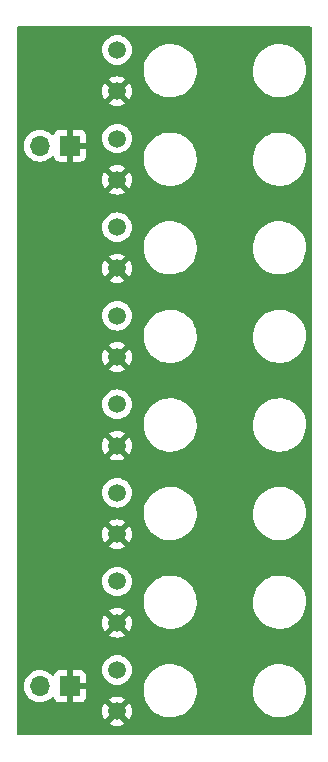
<source format=gbr>
%TF.GenerationSoftware,KiCad,Pcbnew,7.0.1*%
%TF.CreationDate,2023-10-04T10:51:44-04:00*%
%TF.ProjectId,TacTile-L1,54616354-696c-4652-9d4c-312e6b696361,rev?*%
%TF.SameCoordinates,Original*%
%TF.FileFunction,Copper,L2,Bot*%
%TF.FilePolarity,Positive*%
%FSLAX46Y46*%
G04 Gerber Fmt 4.6, Leading zero omitted, Abs format (unit mm)*
G04 Created by KiCad (PCBNEW 7.0.1) date 2023-10-04 10:51:44*
%MOMM*%
%LPD*%
G01*
G04 APERTURE LIST*
%TA.AperFunction,ComponentPad*%
%ADD10C,1.500000*%
%TD*%
%TA.AperFunction,ComponentPad*%
%ADD11R,1.700000X1.700000*%
%TD*%
%TA.AperFunction,ComponentPad*%
%ADD12O,1.700000X1.700000*%
%TD*%
G04 APERTURE END LIST*
D10*
%TO.P,LD6,1,K*%
%TO.N,/GND*%
X33500000Y-68000000D03*
%TO.P,LD6,2,A*%
%TO.N,/VCC*%
X33500000Y-64500000D03*
%TD*%
%TO.P,LD2,1,K*%
%TO.N,/GND*%
X33500000Y-38000000D03*
%TO.P,LD2,2,A*%
%TO.N,/VCC*%
X33500000Y-34500000D03*
%TD*%
%TO.P,LD7,1,K*%
%TO.N,/GND*%
X33500000Y-75500000D03*
%TO.P,LD7,2,A*%
%TO.N,/VCC*%
X33500000Y-72000000D03*
%TD*%
%TO.P,LD8,1,K*%
%TO.N,/GND*%
X33500000Y-83000000D03*
%TO.P,LD8,2,A*%
%TO.N,/VCC*%
X33500000Y-79500000D03*
%TD*%
D11*
%TO.P,J2,1,Pin_1*%
%TO.N,/GND*%
X29500000Y-80875000D03*
D12*
%TO.P,J2,2,Pin_2*%
%TO.N,/VCC*%
X26960000Y-80875000D03*
%TD*%
D10*
%TO.P,LD5,1,K*%
%TO.N,/GND*%
X33500000Y-60500000D03*
%TO.P,LD5,2,A*%
%TO.N,/VCC*%
X33500000Y-57000000D03*
%TD*%
D11*
%TO.P,J1,1,Pin_1*%
%TO.N,/GND*%
X29500000Y-35100000D03*
D12*
%TO.P,J1,2,Pin_2*%
%TO.N,/VCC*%
X26960000Y-35100000D03*
%TD*%
D10*
%TO.P,LD3,1,K*%
%TO.N,/GND*%
X33500000Y-45500000D03*
%TO.P,LD3,2,A*%
%TO.N,/VCC*%
X33500000Y-42000000D03*
%TD*%
%TO.P,LD1,1,K*%
%TO.N,/GND*%
X33500000Y-30500000D03*
%TO.P,LD1,2,A*%
%TO.N,/VCC*%
X33500000Y-27000000D03*
%TD*%
%TO.P,LD4,1,K*%
%TO.N,/GND*%
X33500000Y-53000000D03*
%TO.P,LD4,2,A*%
%TO.N,/VCC*%
X33500000Y-49500000D03*
%TD*%
%TA.AperFunction,Conductor*%
%TO.N,/GND*%
G36*
X49937500Y-25017113D02*
G01*
X49982887Y-25062500D01*
X49999500Y-25124500D01*
X49999500Y-84875500D01*
X49982887Y-84937500D01*
X49937500Y-84982887D01*
X49875500Y-84999500D01*
X25124500Y-84999500D01*
X25062500Y-84982887D01*
X25017113Y-84937500D01*
X25000500Y-84875500D01*
X25000500Y-84043124D01*
X32810426Y-84043124D01*
X32810427Y-84043125D01*
X32872610Y-84086666D01*
X33070840Y-84179102D01*
X33282113Y-84235712D01*
X33500000Y-84254775D01*
X33717886Y-84235712D01*
X33929159Y-84179102D01*
X34127385Y-84086667D01*
X34189572Y-84043124D01*
X33500001Y-83353553D01*
X33500000Y-83353553D01*
X32810426Y-84043124D01*
X25000500Y-84043124D01*
X25000500Y-83000000D01*
X32245224Y-83000000D01*
X32264287Y-83217886D01*
X32320898Y-83429161D01*
X32413331Y-83627386D01*
X32456873Y-83689571D01*
X32456875Y-83689572D01*
X33146447Y-83000001D01*
X33853553Y-83000001D01*
X34543124Y-83689572D01*
X34586667Y-83627385D01*
X34679102Y-83429159D01*
X34735712Y-83217886D01*
X34754775Y-83000000D01*
X34735712Y-82782113D01*
X34679102Y-82570840D01*
X34586667Y-82372615D01*
X34543123Y-82310428D01*
X33853553Y-83000000D01*
X33853553Y-83000001D01*
X33146447Y-83000001D01*
X33146447Y-83000000D01*
X32456875Y-82310427D01*
X32456874Y-82310428D01*
X32413333Y-82372611D01*
X32320897Y-82570840D01*
X32264287Y-82782113D01*
X32245224Y-83000000D01*
X25000500Y-83000000D01*
X25000500Y-80875000D01*
X25604340Y-80875000D01*
X25624936Y-81110407D01*
X25642144Y-81174627D01*
X25686097Y-81338663D01*
X25785965Y-81552830D01*
X25921505Y-81746401D01*
X26088599Y-81913495D01*
X26282170Y-82049035D01*
X26496337Y-82148903D01*
X26724592Y-82210063D01*
X26960000Y-82230659D01*
X27195408Y-82210063D01*
X27423663Y-82148903D01*
X27637830Y-82049035D01*
X27831401Y-81913495D01*
X27953717Y-81791178D01*
X28006460Y-81759885D01*
X28067752Y-81757696D01*
X28122597Y-81785149D01*
X28157577Y-81835528D01*
X28206647Y-81967088D01*
X28292811Y-82082188D01*
X28407910Y-82168352D01*
X28542624Y-82218597D01*
X28602176Y-82225000D01*
X29250000Y-82225000D01*
X29250000Y-81125000D01*
X29750000Y-81125000D01*
X29750000Y-82225000D01*
X30397824Y-82225000D01*
X30457375Y-82218597D01*
X30592089Y-82168352D01*
X30707188Y-82082188D01*
X30793352Y-81967089D01*
X30797162Y-81956875D01*
X32810427Y-81956875D01*
X33500000Y-82646447D01*
X33500001Y-82646447D01*
X34189572Y-81956875D01*
X34189571Y-81956873D01*
X34127386Y-81913331D01*
X33929161Y-81820898D01*
X33717886Y-81764287D01*
X33500000Y-81745224D01*
X33282113Y-81764287D01*
X33070840Y-81820897D01*
X32872611Y-81913333D01*
X32810428Y-81956874D01*
X32810427Y-81956875D01*
X30797162Y-81956875D01*
X30843597Y-81832375D01*
X30850000Y-81772824D01*
X30850000Y-81325372D01*
X35745723Y-81325372D01*
X35775881Y-81625160D01*
X35845731Y-81918262D01*
X35954021Y-82199432D01*
X36027750Y-82333970D01*
X36098825Y-82463665D01*
X36277554Y-82706238D01*
X36487020Y-82922824D01*
X36723485Y-83109558D01*
X36982730Y-83263109D01*
X37260128Y-83380736D01*
X37260129Y-83380736D01*
X37260131Y-83380737D01*
X37324179Y-83398281D01*
X37550729Y-83460340D01*
X37849347Y-83500500D01*
X38075244Y-83500500D01*
X38075246Y-83500500D01*
X38300635Y-83485412D01*
X38423994Y-83460338D01*
X38595903Y-83425396D01*
X38880537Y-83326560D01*
X39149459Y-83190668D01*
X39397869Y-83020144D01*
X39621333Y-82818032D01*
X39815865Y-82587939D01*
X39977993Y-82333970D01*
X40104823Y-82060658D01*
X40194093Y-81772879D01*
X40244209Y-81475770D01*
X40249237Y-81325372D01*
X44995723Y-81325372D01*
X45025881Y-81625160D01*
X45095731Y-81918262D01*
X45204021Y-82199432D01*
X45277750Y-82333970D01*
X45348825Y-82463665D01*
X45527554Y-82706238D01*
X45737020Y-82922824D01*
X45973485Y-83109558D01*
X46232730Y-83263109D01*
X46510128Y-83380736D01*
X46510129Y-83380736D01*
X46510131Y-83380737D01*
X46574179Y-83398281D01*
X46800729Y-83460340D01*
X47099347Y-83500500D01*
X47325244Y-83500500D01*
X47325246Y-83500500D01*
X47550635Y-83485412D01*
X47673994Y-83460338D01*
X47845903Y-83425396D01*
X48130537Y-83326560D01*
X48399459Y-83190668D01*
X48647869Y-83020144D01*
X48871333Y-82818032D01*
X49065865Y-82587939D01*
X49227993Y-82333970D01*
X49354823Y-82060658D01*
X49444093Y-81772879D01*
X49494209Y-81475770D01*
X49504277Y-81174631D01*
X49474118Y-80874838D01*
X49404269Y-80581739D01*
X49374814Y-80505262D01*
X49295978Y-80300567D01*
X49151175Y-80036335D01*
X48972445Y-79793761D01*
X48762979Y-79577175D01*
X48526514Y-79390441D01*
X48343471Y-79282025D01*
X48267270Y-79236891D01*
X48085671Y-79159886D01*
X47989868Y-79119262D01*
X47699275Y-79039661D01*
X47699274Y-79039660D01*
X47699271Y-79039660D01*
X47400653Y-78999500D01*
X47174756Y-78999500D01*
X47174754Y-78999500D01*
X46949364Y-79014587D01*
X46654098Y-79074603D01*
X46369459Y-79173441D01*
X46100546Y-79309328D01*
X45852127Y-79479858D01*
X45628668Y-79681966D01*
X45434135Y-79912061D01*
X45272005Y-80166032D01*
X45145178Y-80439339D01*
X45055907Y-80727120D01*
X45005791Y-81024230D01*
X44995723Y-81325372D01*
X40249237Y-81325372D01*
X40254277Y-81174631D01*
X40224118Y-80874838D01*
X40154269Y-80581739D01*
X40124814Y-80505262D01*
X40045978Y-80300567D01*
X39901175Y-80036335D01*
X39722445Y-79793761D01*
X39512979Y-79577175D01*
X39276514Y-79390441D01*
X39093471Y-79282025D01*
X39017270Y-79236891D01*
X38835671Y-79159886D01*
X38739868Y-79119262D01*
X38449275Y-79039661D01*
X38449274Y-79039660D01*
X38449271Y-79039660D01*
X38150653Y-78999500D01*
X37924756Y-78999500D01*
X37924754Y-78999500D01*
X37699364Y-79014587D01*
X37404098Y-79074603D01*
X37119459Y-79173441D01*
X36850546Y-79309328D01*
X36602127Y-79479858D01*
X36378668Y-79681966D01*
X36184135Y-79912061D01*
X36022005Y-80166032D01*
X35895178Y-80439339D01*
X35805907Y-80727120D01*
X35755791Y-81024230D01*
X35745723Y-81325372D01*
X30850000Y-81325372D01*
X30850000Y-81125000D01*
X29750000Y-81125000D01*
X29250000Y-81125000D01*
X29250000Y-79525000D01*
X29750000Y-79525000D01*
X29750000Y-80625000D01*
X30850000Y-80625000D01*
X30850000Y-79977176D01*
X30843597Y-79917624D01*
X30793352Y-79782910D01*
X30707188Y-79667811D01*
X30592089Y-79581647D01*
X30457375Y-79531402D01*
X30397824Y-79525000D01*
X29750000Y-79525000D01*
X29250000Y-79525000D01*
X28602176Y-79525000D01*
X28542624Y-79531402D01*
X28407910Y-79581647D01*
X28292811Y-79667811D01*
X28206646Y-79782913D01*
X28157576Y-79914472D01*
X28122597Y-79964850D01*
X28067753Y-79992303D01*
X28006460Y-79990114D01*
X27953714Y-79958818D01*
X27831404Y-79836508D01*
X27831401Y-79836505D01*
X27637830Y-79700965D01*
X27423663Y-79601097D01*
X27334384Y-79577175D01*
X27195407Y-79539936D01*
X26960000Y-79519340D01*
X26724592Y-79539936D01*
X26496336Y-79601097D01*
X26282170Y-79700965D01*
X26088598Y-79836505D01*
X25921505Y-80003598D01*
X25785965Y-80197170D01*
X25686097Y-80411336D01*
X25624936Y-80639592D01*
X25604340Y-80875000D01*
X25000500Y-80875000D01*
X25000500Y-79499999D01*
X32244722Y-79499999D01*
X32263792Y-79717974D01*
X32295552Y-79836505D01*
X32320425Y-79929330D01*
X32412898Y-80127639D01*
X32538402Y-80306877D01*
X32693123Y-80461598D01*
X32872361Y-80587102D01*
X33070670Y-80679575D01*
X33282023Y-80736207D01*
X33500000Y-80755277D01*
X33717977Y-80736207D01*
X33929330Y-80679575D01*
X34127639Y-80587102D01*
X34306877Y-80461598D01*
X34461598Y-80306877D01*
X34587102Y-80127639D01*
X34679575Y-79929330D01*
X34736207Y-79717977D01*
X34755277Y-79500000D01*
X34736207Y-79282023D01*
X34679575Y-79070670D01*
X34587102Y-78872362D01*
X34461598Y-78693123D01*
X34306877Y-78538402D01*
X34127639Y-78412898D01*
X34036205Y-78370261D01*
X33929331Y-78320425D01*
X33717974Y-78263792D01*
X33500000Y-78244722D01*
X33282025Y-78263792D01*
X33070668Y-78320425D01*
X32872361Y-78412898D01*
X32693122Y-78538402D01*
X32538402Y-78693122D01*
X32412898Y-78872361D01*
X32320425Y-79070668D01*
X32263792Y-79282025D01*
X32244722Y-79499999D01*
X25000500Y-79499999D01*
X25000500Y-76543124D01*
X32810426Y-76543124D01*
X32810427Y-76543125D01*
X32872610Y-76586666D01*
X33070840Y-76679102D01*
X33282113Y-76735712D01*
X33500000Y-76754775D01*
X33717886Y-76735712D01*
X33929159Y-76679102D01*
X34127385Y-76586667D01*
X34189572Y-76543124D01*
X33500001Y-75853553D01*
X33500000Y-75853553D01*
X32810426Y-76543124D01*
X25000500Y-76543124D01*
X25000500Y-75500000D01*
X32245224Y-75500000D01*
X32264287Y-75717886D01*
X32320898Y-75929161D01*
X32413331Y-76127386D01*
X32456873Y-76189571D01*
X32456875Y-76189572D01*
X33146447Y-75500001D01*
X33853553Y-75500001D01*
X34543124Y-76189572D01*
X34586667Y-76127385D01*
X34679102Y-75929159D01*
X34735712Y-75717886D01*
X34754775Y-75500000D01*
X34735712Y-75282113D01*
X34679102Y-75070840D01*
X34586667Y-74872615D01*
X34543123Y-74810428D01*
X33853553Y-75500000D01*
X33853553Y-75500001D01*
X33146447Y-75500001D01*
X33146447Y-75500000D01*
X32456875Y-74810427D01*
X32456874Y-74810428D01*
X32413333Y-74872611D01*
X32320897Y-75070840D01*
X32264287Y-75282113D01*
X32245224Y-75500000D01*
X25000500Y-75500000D01*
X25000500Y-74456875D01*
X32810427Y-74456875D01*
X33500000Y-75146447D01*
X33500001Y-75146447D01*
X34189572Y-74456875D01*
X34189571Y-74456873D01*
X34127386Y-74413331D01*
X33929161Y-74320898D01*
X33717886Y-74264287D01*
X33500000Y-74245224D01*
X33282113Y-74264287D01*
X33070840Y-74320897D01*
X32872611Y-74413333D01*
X32810428Y-74456874D01*
X32810427Y-74456875D01*
X25000500Y-74456875D01*
X25000500Y-73825372D01*
X35745723Y-73825372D01*
X35775881Y-74125160D01*
X35845731Y-74418262D01*
X35954021Y-74699432D01*
X36027750Y-74833970D01*
X36098825Y-74963665D01*
X36277554Y-75206238D01*
X36487020Y-75422824D01*
X36723485Y-75609558D01*
X36982730Y-75763109D01*
X37260128Y-75880736D01*
X37260129Y-75880736D01*
X37260131Y-75880737D01*
X37324179Y-75898281D01*
X37550729Y-75960340D01*
X37849347Y-76000500D01*
X38075244Y-76000500D01*
X38075246Y-76000500D01*
X38300635Y-75985412D01*
X38423994Y-75960338D01*
X38595903Y-75925396D01*
X38880537Y-75826560D01*
X39149459Y-75690668D01*
X39397869Y-75520144D01*
X39621333Y-75318032D01*
X39815865Y-75087939D01*
X39977993Y-74833970D01*
X40104823Y-74560658D01*
X40194093Y-74272879D01*
X40244209Y-73975770D01*
X40249237Y-73825372D01*
X44995723Y-73825372D01*
X45025881Y-74125160D01*
X45095731Y-74418262D01*
X45204021Y-74699432D01*
X45277750Y-74833970D01*
X45348825Y-74963665D01*
X45527554Y-75206238D01*
X45737020Y-75422824D01*
X45973485Y-75609558D01*
X46232730Y-75763109D01*
X46510128Y-75880736D01*
X46510129Y-75880736D01*
X46510131Y-75880737D01*
X46574179Y-75898281D01*
X46800729Y-75960340D01*
X47099347Y-76000500D01*
X47325244Y-76000500D01*
X47325246Y-76000500D01*
X47550635Y-75985412D01*
X47673994Y-75960338D01*
X47845903Y-75925396D01*
X48130537Y-75826560D01*
X48399459Y-75690668D01*
X48647869Y-75520144D01*
X48871333Y-75318032D01*
X49065865Y-75087939D01*
X49227993Y-74833970D01*
X49354823Y-74560658D01*
X49444093Y-74272879D01*
X49494209Y-73975770D01*
X49504277Y-73674631D01*
X49474118Y-73374838D01*
X49404269Y-73081739D01*
X49374814Y-73005262D01*
X49295978Y-72800567D01*
X49151175Y-72536335D01*
X48972445Y-72293761D01*
X48762979Y-72077175D01*
X48526514Y-71890441D01*
X48343471Y-71782025D01*
X48267270Y-71736891D01*
X48085671Y-71659886D01*
X47989868Y-71619262D01*
X47699275Y-71539661D01*
X47699274Y-71539660D01*
X47699271Y-71539660D01*
X47400653Y-71499500D01*
X47174756Y-71499500D01*
X47174754Y-71499500D01*
X46949364Y-71514587D01*
X46654098Y-71574603D01*
X46369459Y-71673441D01*
X46100546Y-71809328D01*
X45852127Y-71979858D01*
X45628668Y-72181966D01*
X45434135Y-72412061D01*
X45272005Y-72666032D01*
X45145178Y-72939339D01*
X45055907Y-73227120D01*
X45005791Y-73524230D01*
X44995723Y-73825372D01*
X40249237Y-73825372D01*
X40254277Y-73674631D01*
X40224118Y-73374838D01*
X40154269Y-73081739D01*
X40124814Y-73005262D01*
X40045978Y-72800567D01*
X39901175Y-72536335D01*
X39722445Y-72293761D01*
X39512979Y-72077175D01*
X39276514Y-71890441D01*
X39093471Y-71782025D01*
X39017270Y-71736891D01*
X38835671Y-71659886D01*
X38739868Y-71619262D01*
X38449275Y-71539661D01*
X38449274Y-71539660D01*
X38449271Y-71539660D01*
X38150653Y-71499500D01*
X37924756Y-71499500D01*
X37924754Y-71499500D01*
X37699364Y-71514587D01*
X37404098Y-71574603D01*
X37119459Y-71673441D01*
X36850546Y-71809328D01*
X36602127Y-71979858D01*
X36378668Y-72181966D01*
X36184135Y-72412061D01*
X36022005Y-72666032D01*
X35895178Y-72939339D01*
X35805907Y-73227120D01*
X35755791Y-73524230D01*
X35745723Y-73825372D01*
X25000500Y-73825372D01*
X25000500Y-72000000D01*
X32244722Y-72000000D01*
X32263792Y-72217974D01*
X32284099Y-72293762D01*
X32320425Y-72429330D01*
X32412898Y-72627639D01*
X32538402Y-72806877D01*
X32693123Y-72961598D01*
X32872361Y-73087102D01*
X33070670Y-73179575D01*
X33282023Y-73236207D01*
X33500000Y-73255277D01*
X33717977Y-73236207D01*
X33929330Y-73179575D01*
X34127639Y-73087102D01*
X34306877Y-72961598D01*
X34461598Y-72806877D01*
X34587102Y-72627639D01*
X34679575Y-72429330D01*
X34736207Y-72217977D01*
X34755277Y-72000000D01*
X34736207Y-71782023D01*
X34679575Y-71570670D01*
X34587102Y-71372362D01*
X34461598Y-71193123D01*
X34306877Y-71038402D01*
X34127639Y-70912898D01*
X34036205Y-70870261D01*
X33929331Y-70820425D01*
X33717974Y-70763792D01*
X33499999Y-70744722D01*
X33282025Y-70763792D01*
X33070668Y-70820425D01*
X32872361Y-70912898D01*
X32693122Y-71038402D01*
X32538402Y-71193122D01*
X32412898Y-71372361D01*
X32320425Y-71570668D01*
X32263792Y-71782025D01*
X32244722Y-72000000D01*
X25000500Y-72000000D01*
X25000500Y-69043124D01*
X32810426Y-69043124D01*
X32810427Y-69043125D01*
X32872610Y-69086666D01*
X33070840Y-69179102D01*
X33282113Y-69235712D01*
X33500000Y-69254775D01*
X33717886Y-69235712D01*
X33929159Y-69179102D01*
X34127385Y-69086667D01*
X34189572Y-69043124D01*
X33500001Y-68353553D01*
X33500000Y-68353553D01*
X32810426Y-69043124D01*
X25000500Y-69043124D01*
X25000500Y-67999999D01*
X32245224Y-67999999D01*
X32264287Y-68217886D01*
X32320898Y-68429161D01*
X32413331Y-68627386D01*
X32456873Y-68689571D01*
X32456875Y-68689572D01*
X33146447Y-68000001D01*
X33853553Y-68000001D01*
X34543124Y-68689572D01*
X34586667Y-68627385D01*
X34679102Y-68429159D01*
X34735712Y-68217886D01*
X34754775Y-67999999D01*
X34735712Y-67782113D01*
X34679102Y-67570840D01*
X34586667Y-67372615D01*
X34543123Y-67310428D01*
X33853553Y-68000000D01*
X33853553Y-68000001D01*
X33146447Y-68000001D01*
X33146447Y-68000000D01*
X32456875Y-67310427D01*
X32456874Y-67310428D01*
X32413333Y-67372611D01*
X32320897Y-67570840D01*
X32264287Y-67782113D01*
X32245224Y-67999999D01*
X25000500Y-67999999D01*
X25000500Y-66956875D01*
X32810427Y-66956875D01*
X33500000Y-67646447D01*
X33500001Y-67646447D01*
X34189572Y-66956875D01*
X34189571Y-66956873D01*
X34127386Y-66913331D01*
X33929161Y-66820898D01*
X33717886Y-66764287D01*
X33500000Y-66745224D01*
X33282113Y-66764287D01*
X33070840Y-66820897D01*
X32872611Y-66913333D01*
X32810428Y-66956874D01*
X32810427Y-66956875D01*
X25000500Y-66956875D01*
X25000500Y-66325372D01*
X35745723Y-66325372D01*
X35775881Y-66625160D01*
X35845731Y-66918262D01*
X35954021Y-67199432D01*
X36027750Y-67333970D01*
X36098825Y-67463665D01*
X36277554Y-67706238D01*
X36487020Y-67922824D01*
X36723485Y-68109558D01*
X36982730Y-68263109D01*
X37260128Y-68380736D01*
X37260129Y-68380736D01*
X37260131Y-68380737D01*
X37324179Y-68398281D01*
X37550729Y-68460340D01*
X37849347Y-68500500D01*
X38075244Y-68500500D01*
X38075246Y-68500500D01*
X38300635Y-68485412D01*
X38423994Y-68460338D01*
X38595903Y-68425396D01*
X38880537Y-68326560D01*
X39149459Y-68190668D01*
X39397869Y-68020144D01*
X39621333Y-67818032D01*
X39815865Y-67587939D01*
X39977993Y-67333970D01*
X40104823Y-67060658D01*
X40194093Y-66772879D01*
X40244209Y-66475770D01*
X40249237Y-66325372D01*
X44995723Y-66325372D01*
X45025881Y-66625160D01*
X45095731Y-66918262D01*
X45204021Y-67199432D01*
X45277750Y-67333970D01*
X45348825Y-67463665D01*
X45527554Y-67706238D01*
X45737020Y-67922824D01*
X45973485Y-68109558D01*
X46232730Y-68263109D01*
X46510128Y-68380736D01*
X46510129Y-68380736D01*
X46510131Y-68380737D01*
X46574179Y-68398281D01*
X46800729Y-68460340D01*
X47099347Y-68500500D01*
X47325244Y-68500500D01*
X47325246Y-68500500D01*
X47550635Y-68485412D01*
X47673994Y-68460338D01*
X47845903Y-68425396D01*
X48130537Y-68326560D01*
X48399459Y-68190668D01*
X48647869Y-68020144D01*
X48871333Y-67818032D01*
X49065865Y-67587939D01*
X49227993Y-67333970D01*
X49354823Y-67060658D01*
X49444093Y-66772879D01*
X49494209Y-66475770D01*
X49504277Y-66174631D01*
X49474118Y-65874838D01*
X49404269Y-65581739D01*
X49374814Y-65505262D01*
X49295978Y-65300567D01*
X49151175Y-65036335D01*
X48972445Y-64793761D01*
X48762979Y-64577175D01*
X48526514Y-64390441D01*
X48343471Y-64282025D01*
X48267270Y-64236891D01*
X48085671Y-64159886D01*
X47989868Y-64119262D01*
X47699275Y-64039661D01*
X47699274Y-64039660D01*
X47699271Y-64039660D01*
X47400653Y-63999500D01*
X47174756Y-63999500D01*
X47174754Y-63999500D01*
X46949364Y-64014587D01*
X46654098Y-64074603D01*
X46369459Y-64173441D01*
X46100546Y-64309328D01*
X45852127Y-64479858D01*
X45628668Y-64681966D01*
X45434135Y-64912061D01*
X45272005Y-65166032D01*
X45145178Y-65439339D01*
X45055907Y-65727120D01*
X45005791Y-66024230D01*
X44995723Y-66325372D01*
X40249237Y-66325372D01*
X40254277Y-66174631D01*
X40224118Y-65874838D01*
X40154269Y-65581739D01*
X40124814Y-65505262D01*
X40045978Y-65300567D01*
X39901175Y-65036335D01*
X39722445Y-64793761D01*
X39512979Y-64577175D01*
X39276514Y-64390441D01*
X39093471Y-64282025D01*
X39017270Y-64236891D01*
X38835671Y-64159886D01*
X38739868Y-64119262D01*
X38449275Y-64039661D01*
X38449274Y-64039660D01*
X38449271Y-64039660D01*
X38150653Y-63999500D01*
X37924756Y-63999500D01*
X37924754Y-63999500D01*
X37699364Y-64014587D01*
X37404098Y-64074603D01*
X37119459Y-64173441D01*
X36850546Y-64309328D01*
X36602127Y-64479858D01*
X36378668Y-64681966D01*
X36184135Y-64912061D01*
X36022005Y-65166032D01*
X35895178Y-65439339D01*
X35805907Y-65727120D01*
X35755791Y-66024230D01*
X35745723Y-66325372D01*
X25000500Y-66325372D01*
X25000500Y-64500000D01*
X32244722Y-64500000D01*
X32263792Y-64717974D01*
X32284099Y-64793762D01*
X32320425Y-64929330D01*
X32412898Y-65127639D01*
X32538402Y-65306877D01*
X32693123Y-65461598D01*
X32872361Y-65587102D01*
X33070670Y-65679575D01*
X33282023Y-65736207D01*
X33500000Y-65755277D01*
X33717977Y-65736207D01*
X33929330Y-65679575D01*
X34127639Y-65587102D01*
X34306877Y-65461598D01*
X34461598Y-65306877D01*
X34587102Y-65127639D01*
X34679575Y-64929330D01*
X34736207Y-64717977D01*
X34755277Y-64500000D01*
X34736207Y-64282023D01*
X34679575Y-64070670D01*
X34587102Y-63872362D01*
X34461598Y-63693123D01*
X34306877Y-63538402D01*
X34127639Y-63412898D01*
X34036205Y-63370261D01*
X33929331Y-63320425D01*
X33717974Y-63263792D01*
X33500000Y-63244722D01*
X33282025Y-63263792D01*
X33070668Y-63320425D01*
X32872361Y-63412898D01*
X32693122Y-63538402D01*
X32538402Y-63693122D01*
X32412898Y-63872361D01*
X32320425Y-64070668D01*
X32263792Y-64282025D01*
X32244722Y-64500000D01*
X25000500Y-64500000D01*
X25000500Y-61543124D01*
X32810426Y-61543124D01*
X32810427Y-61543125D01*
X32872610Y-61586666D01*
X33070840Y-61679102D01*
X33282113Y-61735712D01*
X33500000Y-61754775D01*
X33717886Y-61735712D01*
X33929159Y-61679102D01*
X34127385Y-61586667D01*
X34189572Y-61543124D01*
X33500001Y-60853553D01*
X33500000Y-60853553D01*
X32810426Y-61543124D01*
X25000500Y-61543124D01*
X25000500Y-60499999D01*
X32245224Y-60499999D01*
X32264287Y-60717886D01*
X32320898Y-60929161D01*
X32413331Y-61127386D01*
X32456873Y-61189571D01*
X32456875Y-61189572D01*
X33146447Y-60500001D01*
X33853553Y-60500001D01*
X34543124Y-61189572D01*
X34586667Y-61127385D01*
X34679102Y-60929159D01*
X34735712Y-60717886D01*
X34754775Y-60499999D01*
X34735712Y-60282113D01*
X34679102Y-60070840D01*
X34586667Y-59872615D01*
X34543123Y-59810428D01*
X33853553Y-60500000D01*
X33853553Y-60500001D01*
X33146447Y-60500001D01*
X33146447Y-60500000D01*
X32456875Y-59810427D01*
X32456874Y-59810428D01*
X32413333Y-59872611D01*
X32320897Y-60070840D01*
X32264287Y-60282113D01*
X32245224Y-60499999D01*
X25000500Y-60499999D01*
X25000500Y-59456875D01*
X32810427Y-59456875D01*
X33500000Y-60146447D01*
X33500001Y-60146447D01*
X34189572Y-59456875D01*
X34189571Y-59456873D01*
X34127386Y-59413331D01*
X33929161Y-59320898D01*
X33717886Y-59264287D01*
X33500000Y-59245224D01*
X33282113Y-59264287D01*
X33070840Y-59320897D01*
X32872611Y-59413333D01*
X32810428Y-59456874D01*
X32810427Y-59456875D01*
X25000500Y-59456875D01*
X25000500Y-58825372D01*
X35745723Y-58825372D01*
X35775881Y-59125160D01*
X35845731Y-59418262D01*
X35954021Y-59699432D01*
X36027750Y-59833970D01*
X36098825Y-59963665D01*
X36277554Y-60206238D01*
X36487020Y-60422824D01*
X36723485Y-60609558D01*
X36982730Y-60763109D01*
X37260128Y-60880736D01*
X37260129Y-60880736D01*
X37260131Y-60880737D01*
X37324179Y-60898281D01*
X37550729Y-60960340D01*
X37849347Y-61000500D01*
X38075244Y-61000500D01*
X38075246Y-61000500D01*
X38300635Y-60985412D01*
X38423994Y-60960338D01*
X38595903Y-60925396D01*
X38880537Y-60826560D01*
X39149459Y-60690668D01*
X39397869Y-60520144D01*
X39621333Y-60318032D01*
X39815865Y-60087939D01*
X39977993Y-59833970D01*
X40104823Y-59560658D01*
X40194093Y-59272879D01*
X40244209Y-58975770D01*
X40249237Y-58825372D01*
X44995723Y-58825372D01*
X45025881Y-59125160D01*
X45095731Y-59418262D01*
X45204021Y-59699432D01*
X45277750Y-59833970D01*
X45348825Y-59963665D01*
X45527554Y-60206238D01*
X45737020Y-60422824D01*
X45973485Y-60609558D01*
X46232730Y-60763109D01*
X46510128Y-60880736D01*
X46510129Y-60880736D01*
X46510131Y-60880737D01*
X46574179Y-60898281D01*
X46800729Y-60960340D01*
X47099347Y-61000500D01*
X47325244Y-61000500D01*
X47325246Y-61000500D01*
X47550635Y-60985412D01*
X47673994Y-60960338D01*
X47845903Y-60925396D01*
X48130537Y-60826560D01*
X48399459Y-60690668D01*
X48647869Y-60520144D01*
X48871333Y-60318032D01*
X49065865Y-60087939D01*
X49227993Y-59833970D01*
X49354823Y-59560658D01*
X49444093Y-59272879D01*
X49494209Y-58975770D01*
X49504277Y-58674631D01*
X49474118Y-58374838D01*
X49404269Y-58081739D01*
X49374814Y-58005262D01*
X49295978Y-57800567D01*
X49151175Y-57536335D01*
X48972445Y-57293761D01*
X48762979Y-57077175D01*
X48526514Y-56890441D01*
X48343471Y-56782025D01*
X48267270Y-56736891D01*
X48085671Y-56659886D01*
X47989868Y-56619262D01*
X47699275Y-56539661D01*
X47699274Y-56539660D01*
X47699271Y-56539660D01*
X47400653Y-56499500D01*
X47174756Y-56499500D01*
X47174754Y-56499500D01*
X46949364Y-56514587D01*
X46654098Y-56574603D01*
X46369459Y-56673441D01*
X46100546Y-56809328D01*
X45852127Y-56979858D01*
X45628668Y-57181966D01*
X45434135Y-57412061D01*
X45272005Y-57666032D01*
X45145178Y-57939339D01*
X45055907Y-58227120D01*
X45005791Y-58524230D01*
X44995723Y-58825372D01*
X40249237Y-58825372D01*
X40254277Y-58674631D01*
X40224118Y-58374838D01*
X40154269Y-58081739D01*
X40124814Y-58005262D01*
X40045978Y-57800567D01*
X39901175Y-57536335D01*
X39722445Y-57293761D01*
X39512979Y-57077175D01*
X39276514Y-56890441D01*
X39093471Y-56782025D01*
X39017270Y-56736891D01*
X38835671Y-56659886D01*
X38739868Y-56619262D01*
X38449275Y-56539661D01*
X38449274Y-56539660D01*
X38449271Y-56539660D01*
X38150653Y-56499500D01*
X37924756Y-56499500D01*
X37924754Y-56499500D01*
X37699364Y-56514587D01*
X37404098Y-56574603D01*
X37119459Y-56673441D01*
X36850546Y-56809328D01*
X36602127Y-56979858D01*
X36378668Y-57181966D01*
X36184135Y-57412061D01*
X36022005Y-57666032D01*
X35895178Y-57939339D01*
X35805907Y-58227120D01*
X35755791Y-58524230D01*
X35745723Y-58825372D01*
X25000500Y-58825372D01*
X25000500Y-56999999D01*
X32244722Y-56999999D01*
X32263792Y-57217974D01*
X32284099Y-57293762D01*
X32320425Y-57429330D01*
X32412898Y-57627639D01*
X32538402Y-57806877D01*
X32693123Y-57961598D01*
X32872361Y-58087102D01*
X33070670Y-58179575D01*
X33282023Y-58236207D01*
X33500000Y-58255277D01*
X33717977Y-58236207D01*
X33929330Y-58179575D01*
X34127639Y-58087102D01*
X34306877Y-57961598D01*
X34461598Y-57806877D01*
X34587102Y-57627639D01*
X34679575Y-57429330D01*
X34736207Y-57217977D01*
X34755277Y-57000000D01*
X34736207Y-56782023D01*
X34679575Y-56570670D01*
X34587102Y-56372362D01*
X34461598Y-56193123D01*
X34306877Y-56038402D01*
X34127639Y-55912898D01*
X34036205Y-55870261D01*
X33929331Y-55820425D01*
X33717974Y-55763792D01*
X33500000Y-55744722D01*
X33282025Y-55763792D01*
X33070668Y-55820425D01*
X32872361Y-55912898D01*
X32693122Y-56038402D01*
X32538402Y-56193122D01*
X32412898Y-56372361D01*
X32320425Y-56570668D01*
X32263792Y-56782025D01*
X32244722Y-56999999D01*
X25000500Y-56999999D01*
X25000500Y-54043124D01*
X32810426Y-54043124D01*
X32810427Y-54043125D01*
X32872610Y-54086666D01*
X33070840Y-54179102D01*
X33282113Y-54235712D01*
X33500000Y-54254775D01*
X33717886Y-54235712D01*
X33929159Y-54179102D01*
X34127385Y-54086667D01*
X34189572Y-54043124D01*
X33500001Y-53353553D01*
X33500000Y-53353553D01*
X32810426Y-54043124D01*
X25000500Y-54043124D01*
X25000500Y-53000000D01*
X32245224Y-53000000D01*
X32264287Y-53217886D01*
X32320898Y-53429161D01*
X32413331Y-53627386D01*
X32456873Y-53689571D01*
X32456875Y-53689572D01*
X33146447Y-53000001D01*
X33853553Y-53000001D01*
X34543124Y-53689572D01*
X34586667Y-53627385D01*
X34679102Y-53429159D01*
X34735712Y-53217886D01*
X34754775Y-53000000D01*
X34735712Y-52782113D01*
X34679102Y-52570840D01*
X34586667Y-52372615D01*
X34543123Y-52310428D01*
X33853553Y-53000000D01*
X33853553Y-53000001D01*
X33146447Y-53000001D01*
X33146447Y-53000000D01*
X32456875Y-52310427D01*
X32456874Y-52310428D01*
X32413333Y-52372611D01*
X32320897Y-52570840D01*
X32264287Y-52782113D01*
X32245224Y-53000000D01*
X25000500Y-53000000D01*
X25000500Y-51956875D01*
X32810427Y-51956875D01*
X33500000Y-52646447D01*
X33500001Y-52646447D01*
X34189572Y-51956875D01*
X34189571Y-51956873D01*
X34127386Y-51913331D01*
X33929161Y-51820898D01*
X33717886Y-51764287D01*
X33500000Y-51745224D01*
X33282113Y-51764287D01*
X33070840Y-51820897D01*
X32872611Y-51913333D01*
X32810428Y-51956874D01*
X32810427Y-51956875D01*
X25000500Y-51956875D01*
X25000500Y-51325372D01*
X35745723Y-51325372D01*
X35775881Y-51625160D01*
X35845731Y-51918262D01*
X35954021Y-52199432D01*
X36027750Y-52333970D01*
X36098825Y-52463665D01*
X36277554Y-52706238D01*
X36487020Y-52922824D01*
X36723485Y-53109558D01*
X36982730Y-53263109D01*
X37260128Y-53380736D01*
X37260129Y-53380736D01*
X37260131Y-53380737D01*
X37324179Y-53398281D01*
X37550729Y-53460340D01*
X37849347Y-53500500D01*
X38075244Y-53500500D01*
X38075246Y-53500500D01*
X38300635Y-53485412D01*
X38423994Y-53460338D01*
X38595903Y-53425396D01*
X38880537Y-53326560D01*
X39149459Y-53190668D01*
X39397869Y-53020144D01*
X39621333Y-52818032D01*
X39815865Y-52587939D01*
X39977993Y-52333970D01*
X40104823Y-52060658D01*
X40194093Y-51772879D01*
X40244209Y-51475770D01*
X40249237Y-51325372D01*
X44995723Y-51325372D01*
X45025881Y-51625160D01*
X45095731Y-51918262D01*
X45204021Y-52199432D01*
X45277750Y-52333970D01*
X45348825Y-52463665D01*
X45527554Y-52706238D01*
X45737020Y-52922824D01*
X45973485Y-53109558D01*
X46232730Y-53263109D01*
X46510128Y-53380736D01*
X46510129Y-53380736D01*
X46510131Y-53380737D01*
X46574179Y-53398281D01*
X46800729Y-53460340D01*
X47099347Y-53500500D01*
X47325244Y-53500500D01*
X47325246Y-53500500D01*
X47550635Y-53485412D01*
X47673994Y-53460338D01*
X47845903Y-53425396D01*
X48130537Y-53326560D01*
X48399459Y-53190668D01*
X48647869Y-53020144D01*
X48871333Y-52818032D01*
X49065865Y-52587939D01*
X49227993Y-52333970D01*
X49354823Y-52060658D01*
X49444093Y-51772879D01*
X49494209Y-51475770D01*
X49504277Y-51174631D01*
X49474118Y-50874838D01*
X49404269Y-50581739D01*
X49374814Y-50505262D01*
X49295978Y-50300567D01*
X49151175Y-50036335D01*
X48972445Y-49793761D01*
X48762979Y-49577175D01*
X48526514Y-49390441D01*
X48343471Y-49282025D01*
X48267270Y-49236891D01*
X48085671Y-49159886D01*
X47989868Y-49119262D01*
X47699275Y-49039661D01*
X47699274Y-49039660D01*
X47699271Y-49039660D01*
X47400653Y-48999500D01*
X47174756Y-48999500D01*
X47174754Y-48999500D01*
X46949364Y-49014587D01*
X46654098Y-49074603D01*
X46369459Y-49173441D01*
X46100546Y-49309328D01*
X45852127Y-49479858D01*
X45628668Y-49681966D01*
X45434135Y-49912061D01*
X45272005Y-50166032D01*
X45145178Y-50439339D01*
X45055907Y-50727120D01*
X45005791Y-51024230D01*
X44995723Y-51325372D01*
X40249237Y-51325372D01*
X40254277Y-51174631D01*
X40224118Y-50874838D01*
X40154269Y-50581739D01*
X40124814Y-50505262D01*
X40045978Y-50300567D01*
X39901175Y-50036335D01*
X39722445Y-49793761D01*
X39512979Y-49577175D01*
X39276514Y-49390441D01*
X39093471Y-49282025D01*
X39017270Y-49236891D01*
X38835671Y-49159886D01*
X38739868Y-49119262D01*
X38449275Y-49039661D01*
X38449274Y-49039660D01*
X38449271Y-49039660D01*
X38150653Y-48999500D01*
X37924756Y-48999500D01*
X37924754Y-48999500D01*
X37699364Y-49014587D01*
X37404098Y-49074603D01*
X37119459Y-49173441D01*
X36850546Y-49309328D01*
X36602127Y-49479858D01*
X36378668Y-49681966D01*
X36184135Y-49912061D01*
X36022005Y-50166032D01*
X35895178Y-50439339D01*
X35805907Y-50727120D01*
X35755791Y-51024230D01*
X35745723Y-51325372D01*
X25000500Y-51325372D01*
X25000500Y-49500000D01*
X32244722Y-49500000D01*
X32263792Y-49717974D01*
X32284099Y-49793762D01*
X32320425Y-49929330D01*
X32412898Y-50127639D01*
X32538402Y-50306877D01*
X32693123Y-50461598D01*
X32872361Y-50587102D01*
X33070670Y-50679575D01*
X33282023Y-50736207D01*
X33500000Y-50755277D01*
X33717977Y-50736207D01*
X33929330Y-50679575D01*
X34127639Y-50587102D01*
X34306877Y-50461598D01*
X34461598Y-50306877D01*
X34587102Y-50127639D01*
X34679575Y-49929330D01*
X34736207Y-49717977D01*
X34755277Y-49500000D01*
X34736207Y-49282023D01*
X34679575Y-49070670D01*
X34587102Y-48872362D01*
X34461598Y-48693123D01*
X34306877Y-48538402D01*
X34127639Y-48412898D01*
X34036205Y-48370261D01*
X33929331Y-48320425D01*
X33717974Y-48263792D01*
X33500000Y-48244722D01*
X33282025Y-48263792D01*
X33070668Y-48320425D01*
X32872361Y-48412898D01*
X32693122Y-48538402D01*
X32538402Y-48693122D01*
X32412898Y-48872361D01*
X32320425Y-49070668D01*
X32263792Y-49282025D01*
X32244722Y-49500000D01*
X25000500Y-49500000D01*
X25000500Y-46543124D01*
X32810426Y-46543124D01*
X32810427Y-46543125D01*
X32872610Y-46586666D01*
X33070840Y-46679102D01*
X33282113Y-46735712D01*
X33500000Y-46754775D01*
X33717886Y-46735712D01*
X33929159Y-46679102D01*
X34127385Y-46586667D01*
X34189572Y-46543124D01*
X33500001Y-45853553D01*
X33500000Y-45853553D01*
X32810426Y-46543124D01*
X25000500Y-46543124D01*
X25000500Y-45500000D01*
X32245224Y-45500000D01*
X32264287Y-45717886D01*
X32320898Y-45929161D01*
X32413331Y-46127386D01*
X32456873Y-46189571D01*
X32456875Y-46189572D01*
X33146447Y-45500001D01*
X33853553Y-45500001D01*
X34543124Y-46189572D01*
X34586667Y-46127385D01*
X34679102Y-45929159D01*
X34735712Y-45717886D01*
X34754775Y-45500000D01*
X34735712Y-45282113D01*
X34679102Y-45070840D01*
X34586667Y-44872615D01*
X34543123Y-44810428D01*
X33853553Y-45500000D01*
X33853553Y-45500001D01*
X33146447Y-45500001D01*
X33146447Y-45500000D01*
X32456875Y-44810427D01*
X32456874Y-44810428D01*
X32413333Y-44872611D01*
X32320897Y-45070840D01*
X32264287Y-45282113D01*
X32245224Y-45500000D01*
X25000500Y-45500000D01*
X25000500Y-44456875D01*
X32810427Y-44456875D01*
X33500000Y-45146447D01*
X33500001Y-45146447D01*
X34189572Y-44456875D01*
X34189571Y-44456873D01*
X34127386Y-44413331D01*
X33929161Y-44320898D01*
X33717886Y-44264287D01*
X33500000Y-44245224D01*
X33282113Y-44264287D01*
X33070840Y-44320897D01*
X32872611Y-44413333D01*
X32810428Y-44456874D01*
X32810427Y-44456875D01*
X25000500Y-44456875D01*
X25000500Y-43825372D01*
X35745723Y-43825372D01*
X35775881Y-44125160D01*
X35845731Y-44418262D01*
X35954021Y-44699432D01*
X36027750Y-44833970D01*
X36098825Y-44963665D01*
X36277554Y-45206238D01*
X36487020Y-45422824D01*
X36723485Y-45609558D01*
X36982730Y-45763109D01*
X37260128Y-45880736D01*
X37260129Y-45880736D01*
X37260131Y-45880737D01*
X37324179Y-45898281D01*
X37550729Y-45960340D01*
X37849347Y-46000500D01*
X38075244Y-46000500D01*
X38075246Y-46000500D01*
X38300635Y-45985412D01*
X38423994Y-45960338D01*
X38595903Y-45925396D01*
X38880537Y-45826560D01*
X39149459Y-45690668D01*
X39397869Y-45520144D01*
X39621333Y-45318032D01*
X39815865Y-45087939D01*
X39977993Y-44833970D01*
X40104823Y-44560658D01*
X40194093Y-44272879D01*
X40244209Y-43975770D01*
X40249237Y-43825372D01*
X44995723Y-43825372D01*
X45025881Y-44125160D01*
X45095731Y-44418262D01*
X45204021Y-44699432D01*
X45277750Y-44833970D01*
X45348825Y-44963665D01*
X45527554Y-45206238D01*
X45737020Y-45422824D01*
X45973485Y-45609558D01*
X46232730Y-45763109D01*
X46510128Y-45880736D01*
X46510129Y-45880736D01*
X46510131Y-45880737D01*
X46574179Y-45898281D01*
X46800729Y-45960340D01*
X47099347Y-46000500D01*
X47325244Y-46000500D01*
X47325246Y-46000500D01*
X47550635Y-45985412D01*
X47673994Y-45960338D01*
X47845903Y-45925396D01*
X48130537Y-45826560D01*
X48399459Y-45690668D01*
X48647869Y-45520144D01*
X48871333Y-45318032D01*
X49065865Y-45087939D01*
X49227993Y-44833970D01*
X49354823Y-44560658D01*
X49444093Y-44272879D01*
X49494209Y-43975770D01*
X49504277Y-43674631D01*
X49474118Y-43374838D01*
X49404269Y-43081739D01*
X49374814Y-43005262D01*
X49295978Y-42800567D01*
X49151175Y-42536335D01*
X48972445Y-42293761D01*
X48762979Y-42077175D01*
X48526514Y-41890441D01*
X48343471Y-41782025D01*
X48267270Y-41736891D01*
X48085671Y-41659886D01*
X47989868Y-41619262D01*
X47699275Y-41539661D01*
X47699274Y-41539660D01*
X47699271Y-41539660D01*
X47400653Y-41499500D01*
X47174756Y-41499500D01*
X47174754Y-41499500D01*
X46949364Y-41514587D01*
X46654098Y-41574603D01*
X46369459Y-41673441D01*
X46100546Y-41809328D01*
X45852127Y-41979858D01*
X45628668Y-42181966D01*
X45434135Y-42412061D01*
X45272005Y-42666032D01*
X45145178Y-42939339D01*
X45055907Y-43227120D01*
X45005791Y-43524230D01*
X44995723Y-43825372D01*
X40249237Y-43825372D01*
X40254277Y-43674631D01*
X40224118Y-43374838D01*
X40154269Y-43081739D01*
X40124814Y-43005262D01*
X40045978Y-42800567D01*
X39901175Y-42536335D01*
X39722445Y-42293761D01*
X39512979Y-42077175D01*
X39276514Y-41890441D01*
X39093471Y-41782025D01*
X39017270Y-41736891D01*
X38835671Y-41659886D01*
X38739868Y-41619262D01*
X38449275Y-41539661D01*
X38449274Y-41539660D01*
X38449271Y-41539660D01*
X38150653Y-41499500D01*
X37924756Y-41499500D01*
X37924754Y-41499500D01*
X37699364Y-41514587D01*
X37404098Y-41574603D01*
X37119459Y-41673441D01*
X36850546Y-41809328D01*
X36602127Y-41979858D01*
X36378668Y-42181966D01*
X36184135Y-42412061D01*
X36022005Y-42666032D01*
X35895178Y-42939339D01*
X35805907Y-43227120D01*
X35755791Y-43524230D01*
X35745723Y-43825372D01*
X25000500Y-43825372D01*
X25000500Y-41999999D01*
X32244722Y-41999999D01*
X32263792Y-42217974D01*
X32284099Y-42293762D01*
X32320425Y-42429330D01*
X32412898Y-42627639D01*
X32538402Y-42806877D01*
X32693123Y-42961598D01*
X32872361Y-43087102D01*
X33070670Y-43179575D01*
X33282023Y-43236207D01*
X33500000Y-43255277D01*
X33717977Y-43236207D01*
X33929330Y-43179575D01*
X34127639Y-43087102D01*
X34306877Y-42961598D01*
X34461598Y-42806877D01*
X34587102Y-42627639D01*
X34679575Y-42429330D01*
X34736207Y-42217977D01*
X34755277Y-42000000D01*
X34736207Y-41782023D01*
X34679575Y-41570670D01*
X34587102Y-41372362D01*
X34461598Y-41193123D01*
X34306877Y-41038402D01*
X34127639Y-40912898D01*
X34036205Y-40870261D01*
X33929331Y-40820425D01*
X33717974Y-40763792D01*
X33500000Y-40744722D01*
X33282025Y-40763792D01*
X33070668Y-40820425D01*
X32872361Y-40912898D01*
X32693122Y-41038402D01*
X32538402Y-41193122D01*
X32412898Y-41372361D01*
X32320425Y-41570668D01*
X32263792Y-41782025D01*
X32244722Y-41999999D01*
X25000500Y-41999999D01*
X25000500Y-39043124D01*
X32810426Y-39043124D01*
X32810427Y-39043125D01*
X32872610Y-39086666D01*
X33070840Y-39179102D01*
X33282113Y-39235712D01*
X33500000Y-39254775D01*
X33717886Y-39235712D01*
X33929159Y-39179102D01*
X34127385Y-39086667D01*
X34189572Y-39043124D01*
X33500001Y-38353553D01*
X33500000Y-38353553D01*
X32810426Y-39043124D01*
X25000500Y-39043124D01*
X25000500Y-37999999D01*
X32245224Y-37999999D01*
X32264287Y-38217886D01*
X32320898Y-38429161D01*
X32413331Y-38627386D01*
X32456873Y-38689571D01*
X32456875Y-38689572D01*
X33146447Y-38000001D01*
X33853553Y-38000001D01*
X34543124Y-38689572D01*
X34586667Y-38627385D01*
X34679102Y-38429159D01*
X34735712Y-38217886D01*
X34754775Y-37999999D01*
X34735712Y-37782113D01*
X34679102Y-37570840D01*
X34586667Y-37372615D01*
X34543123Y-37310428D01*
X33853553Y-38000000D01*
X33853553Y-38000001D01*
X33146447Y-38000001D01*
X33146447Y-38000000D01*
X32456875Y-37310427D01*
X32456874Y-37310428D01*
X32413333Y-37372611D01*
X32320897Y-37570840D01*
X32264287Y-37782113D01*
X32245224Y-37999999D01*
X25000500Y-37999999D01*
X25000500Y-36956875D01*
X32810427Y-36956875D01*
X33500000Y-37646447D01*
X33500001Y-37646447D01*
X34189572Y-36956875D01*
X34189571Y-36956873D01*
X34127386Y-36913331D01*
X33929161Y-36820898D01*
X33717886Y-36764287D01*
X33500000Y-36745224D01*
X33282113Y-36764287D01*
X33070840Y-36820897D01*
X32872611Y-36913333D01*
X32810428Y-36956874D01*
X32810427Y-36956875D01*
X25000500Y-36956875D01*
X25000500Y-35100000D01*
X25604340Y-35100000D01*
X25624936Y-35335407D01*
X25658748Y-35461594D01*
X25686097Y-35563663D01*
X25785965Y-35777830D01*
X25921505Y-35971401D01*
X26088599Y-36138495D01*
X26282170Y-36274035D01*
X26496337Y-36373903D01*
X26724592Y-36435063D01*
X26960000Y-36455659D01*
X27195408Y-36435063D01*
X27423663Y-36373903D01*
X27637830Y-36274035D01*
X27831401Y-36138495D01*
X27953717Y-36016178D01*
X28006460Y-35984885D01*
X28067752Y-35982696D01*
X28122597Y-36010149D01*
X28157577Y-36060528D01*
X28206647Y-36192088D01*
X28292811Y-36307188D01*
X28407910Y-36393352D01*
X28542624Y-36443597D01*
X28602176Y-36450000D01*
X29250000Y-36450000D01*
X29250000Y-35350000D01*
X29750000Y-35350000D01*
X29750000Y-36450000D01*
X30397824Y-36450000D01*
X30457375Y-36443597D01*
X30592089Y-36393352D01*
X30682898Y-36325372D01*
X35745723Y-36325372D01*
X35775881Y-36625160D01*
X35845731Y-36918262D01*
X35954021Y-37199432D01*
X36027750Y-37333970D01*
X36098825Y-37463665D01*
X36277554Y-37706238D01*
X36487020Y-37922824D01*
X36723485Y-38109558D01*
X36982730Y-38263109D01*
X37260128Y-38380736D01*
X37260129Y-38380736D01*
X37260131Y-38380737D01*
X37324179Y-38398281D01*
X37550729Y-38460340D01*
X37849347Y-38500500D01*
X38075244Y-38500500D01*
X38075246Y-38500500D01*
X38300635Y-38485412D01*
X38423994Y-38460338D01*
X38595903Y-38425396D01*
X38880537Y-38326560D01*
X39149459Y-38190668D01*
X39397869Y-38020144D01*
X39621333Y-37818032D01*
X39815865Y-37587939D01*
X39977993Y-37333970D01*
X40104823Y-37060658D01*
X40194093Y-36772879D01*
X40244209Y-36475770D01*
X40249237Y-36325372D01*
X44995723Y-36325372D01*
X45025881Y-36625160D01*
X45095731Y-36918262D01*
X45204021Y-37199432D01*
X45277750Y-37333970D01*
X45348825Y-37463665D01*
X45527554Y-37706238D01*
X45737020Y-37922824D01*
X45973485Y-38109558D01*
X46232730Y-38263109D01*
X46510128Y-38380736D01*
X46510129Y-38380736D01*
X46510131Y-38380737D01*
X46574179Y-38398281D01*
X46800729Y-38460340D01*
X47099347Y-38500500D01*
X47325244Y-38500500D01*
X47325246Y-38500500D01*
X47550635Y-38485412D01*
X47673994Y-38460338D01*
X47845903Y-38425396D01*
X48130537Y-38326560D01*
X48399459Y-38190668D01*
X48647869Y-38020144D01*
X48871333Y-37818032D01*
X49065865Y-37587939D01*
X49227993Y-37333970D01*
X49354823Y-37060658D01*
X49444093Y-36772879D01*
X49494209Y-36475770D01*
X49504277Y-36174631D01*
X49474118Y-35874838D01*
X49404269Y-35581739D01*
X49374814Y-35505262D01*
X49295978Y-35300567D01*
X49151175Y-35036335D01*
X48972445Y-34793761D01*
X48762979Y-34577175D01*
X48526514Y-34390441D01*
X48343471Y-34282025D01*
X48267270Y-34236891D01*
X48044962Y-34142624D01*
X47989868Y-34119262D01*
X47699275Y-34039661D01*
X47699274Y-34039660D01*
X47699271Y-34039660D01*
X47400653Y-33999500D01*
X47174756Y-33999500D01*
X47174754Y-33999500D01*
X46949364Y-34014587D01*
X46654098Y-34074603D01*
X46369459Y-34173441D01*
X46100546Y-34309328D01*
X45852127Y-34479858D01*
X45628668Y-34681966D01*
X45434135Y-34912061D01*
X45272005Y-35166032D01*
X45145178Y-35439339D01*
X45055907Y-35727120D01*
X45005791Y-36024230D01*
X44995723Y-36325372D01*
X40249237Y-36325372D01*
X40254277Y-36174631D01*
X40224118Y-35874838D01*
X40154269Y-35581739D01*
X40124814Y-35505262D01*
X40045978Y-35300567D01*
X39901175Y-35036335D01*
X39722445Y-34793761D01*
X39512979Y-34577175D01*
X39276514Y-34390441D01*
X39093471Y-34282025D01*
X39017270Y-34236891D01*
X38794962Y-34142624D01*
X38739868Y-34119262D01*
X38449275Y-34039661D01*
X38449274Y-34039660D01*
X38449271Y-34039660D01*
X38150653Y-33999500D01*
X37924756Y-33999500D01*
X37924754Y-33999500D01*
X37699364Y-34014587D01*
X37404098Y-34074603D01*
X37119459Y-34173441D01*
X36850546Y-34309328D01*
X36602127Y-34479858D01*
X36378668Y-34681966D01*
X36184135Y-34912061D01*
X36022005Y-35166032D01*
X35895178Y-35439339D01*
X35805907Y-35727120D01*
X35755791Y-36024230D01*
X35745723Y-36325372D01*
X30682898Y-36325372D01*
X30707188Y-36307188D01*
X30793352Y-36192089D01*
X30843597Y-36057375D01*
X30850000Y-35997824D01*
X30850000Y-35350000D01*
X29750000Y-35350000D01*
X29250000Y-35350000D01*
X29250000Y-33750000D01*
X29750000Y-33750000D01*
X29750000Y-34850000D01*
X30850000Y-34850000D01*
X30850000Y-34500000D01*
X32244722Y-34500000D01*
X32263792Y-34717974D01*
X32299168Y-34850000D01*
X32320425Y-34929330D01*
X32412898Y-35127639D01*
X32538402Y-35306877D01*
X32693123Y-35461598D01*
X32872361Y-35587102D01*
X33070670Y-35679575D01*
X33282023Y-35736207D01*
X33500000Y-35755277D01*
X33717977Y-35736207D01*
X33929330Y-35679575D01*
X34127639Y-35587102D01*
X34306877Y-35461598D01*
X34461598Y-35306877D01*
X34587102Y-35127639D01*
X34679575Y-34929330D01*
X34736207Y-34717977D01*
X34755277Y-34500000D01*
X34736207Y-34282023D01*
X34679575Y-34070670D01*
X34587102Y-33872362D01*
X34461598Y-33693123D01*
X34306877Y-33538402D01*
X34127639Y-33412898D01*
X34036205Y-33370261D01*
X33929331Y-33320425D01*
X33717974Y-33263792D01*
X33500000Y-33244722D01*
X33282025Y-33263792D01*
X33070668Y-33320425D01*
X32872361Y-33412898D01*
X32693122Y-33538402D01*
X32538402Y-33693122D01*
X32412898Y-33872361D01*
X32320425Y-34070668D01*
X32263792Y-34282025D01*
X32244722Y-34500000D01*
X30850000Y-34500000D01*
X30850000Y-34202176D01*
X30843597Y-34142624D01*
X30793352Y-34007910D01*
X30707188Y-33892811D01*
X30592089Y-33806647D01*
X30457375Y-33756402D01*
X30397824Y-33750000D01*
X29750000Y-33750000D01*
X29250000Y-33750000D01*
X28602176Y-33750000D01*
X28542624Y-33756402D01*
X28407910Y-33806647D01*
X28292811Y-33892811D01*
X28206646Y-34007913D01*
X28157576Y-34139472D01*
X28122597Y-34189850D01*
X28067753Y-34217303D01*
X28006460Y-34215114D01*
X27953714Y-34183818D01*
X27831404Y-34061508D01*
X27831401Y-34061505D01*
X27637830Y-33925965D01*
X27423663Y-33826097D01*
X27351074Y-33806647D01*
X27195407Y-33764936D01*
X26960000Y-33744340D01*
X26724592Y-33764936D01*
X26496336Y-33826097D01*
X26282170Y-33925965D01*
X26088598Y-34061505D01*
X25921505Y-34228598D01*
X25785965Y-34422170D01*
X25686097Y-34636336D01*
X25624936Y-34864592D01*
X25604340Y-35100000D01*
X25000500Y-35100000D01*
X25000500Y-31543124D01*
X32810426Y-31543124D01*
X32810427Y-31543125D01*
X32872610Y-31586666D01*
X33070840Y-31679102D01*
X33282113Y-31735712D01*
X33500000Y-31754775D01*
X33717886Y-31735712D01*
X33929159Y-31679102D01*
X34127385Y-31586667D01*
X34189572Y-31543124D01*
X33500001Y-30853553D01*
X33500000Y-30853553D01*
X32810426Y-31543124D01*
X25000500Y-31543124D01*
X25000500Y-30499999D01*
X32245224Y-30499999D01*
X32264287Y-30717886D01*
X32320898Y-30929161D01*
X32413331Y-31127386D01*
X32456873Y-31189571D01*
X32456875Y-31189572D01*
X33146447Y-30500001D01*
X33853553Y-30500001D01*
X34543124Y-31189572D01*
X34586667Y-31127385D01*
X34679102Y-30929159D01*
X34735712Y-30717886D01*
X34754775Y-30499999D01*
X34735712Y-30282113D01*
X34679102Y-30070840D01*
X34586667Y-29872615D01*
X34543123Y-29810428D01*
X33853553Y-30500000D01*
X33853553Y-30500001D01*
X33146447Y-30500001D01*
X33146447Y-30500000D01*
X32456875Y-29810427D01*
X32456874Y-29810428D01*
X32413333Y-29872611D01*
X32320897Y-30070840D01*
X32264287Y-30282113D01*
X32245224Y-30499999D01*
X25000500Y-30499999D01*
X25000500Y-29456875D01*
X32810427Y-29456875D01*
X33500000Y-30146447D01*
X33500001Y-30146447D01*
X34189572Y-29456875D01*
X34189571Y-29456873D01*
X34127386Y-29413331D01*
X33929161Y-29320898D01*
X33717886Y-29264287D01*
X33500000Y-29245224D01*
X33282113Y-29264287D01*
X33070840Y-29320897D01*
X32872611Y-29413333D01*
X32810428Y-29456874D01*
X32810427Y-29456875D01*
X25000500Y-29456875D01*
X25000500Y-28825372D01*
X35745723Y-28825372D01*
X35775881Y-29125160D01*
X35845731Y-29418262D01*
X35954021Y-29699432D01*
X36027750Y-29833970D01*
X36098825Y-29963665D01*
X36277554Y-30206238D01*
X36487020Y-30422824D01*
X36723485Y-30609558D01*
X36982730Y-30763109D01*
X37260128Y-30880736D01*
X37260129Y-30880736D01*
X37260131Y-30880737D01*
X37324179Y-30898281D01*
X37550729Y-30960340D01*
X37849347Y-31000500D01*
X38075244Y-31000500D01*
X38075246Y-31000500D01*
X38300635Y-30985412D01*
X38423994Y-30960338D01*
X38595903Y-30925396D01*
X38880537Y-30826560D01*
X39149459Y-30690668D01*
X39397869Y-30520144D01*
X39621333Y-30318032D01*
X39815865Y-30087939D01*
X39977993Y-29833970D01*
X40104823Y-29560658D01*
X40194093Y-29272879D01*
X40244209Y-28975770D01*
X40249237Y-28825372D01*
X44995723Y-28825372D01*
X45025881Y-29125160D01*
X45095731Y-29418262D01*
X45204021Y-29699432D01*
X45277750Y-29833970D01*
X45348825Y-29963665D01*
X45527554Y-30206238D01*
X45737020Y-30422824D01*
X45973485Y-30609558D01*
X46232730Y-30763109D01*
X46510128Y-30880736D01*
X46510129Y-30880736D01*
X46510131Y-30880737D01*
X46574179Y-30898281D01*
X46800729Y-30960340D01*
X47099347Y-31000500D01*
X47325244Y-31000500D01*
X47325246Y-31000500D01*
X47550635Y-30985412D01*
X47673994Y-30960338D01*
X47845903Y-30925396D01*
X48130537Y-30826560D01*
X48399459Y-30690668D01*
X48647869Y-30520144D01*
X48871333Y-30318032D01*
X49065865Y-30087939D01*
X49227993Y-29833970D01*
X49354823Y-29560658D01*
X49444093Y-29272879D01*
X49494209Y-28975770D01*
X49504277Y-28674631D01*
X49474118Y-28374838D01*
X49404269Y-28081739D01*
X49374814Y-28005262D01*
X49295978Y-27800567D01*
X49151175Y-27536335D01*
X48972445Y-27293761D01*
X48762979Y-27077175D01*
X48526514Y-26890441D01*
X48343471Y-26782025D01*
X48267270Y-26736891D01*
X48085671Y-26659886D01*
X47989868Y-26619262D01*
X47699275Y-26539661D01*
X47699274Y-26539660D01*
X47699271Y-26539660D01*
X47400653Y-26499500D01*
X47174756Y-26499500D01*
X47174754Y-26499500D01*
X46949364Y-26514587D01*
X46654098Y-26574603D01*
X46369459Y-26673441D01*
X46100546Y-26809328D01*
X45852127Y-26979858D01*
X45628668Y-27181966D01*
X45434135Y-27412061D01*
X45272005Y-27666032D01*
X45145178Y-27939339D01*
X45055907Y-28227120D01*
X45005791Y-28524230D01*
X44995723Y-28825372D01*
X40249237Y-28825372D01*
X40254277Y-28674631D01*
X40224118Y-28374838D01*
X40154269Y-28081739D01*
X40124814Y-28005262D01*
X40045978Y-27800567D01*
X39901175Y-27536335D01*
X39722445Y-27293761D01*
X39512979Y-27077175D01*
X39276514Y-26890441D01*
X39093471Y-26782025D01*
X39017270Y-26736891D01*
X38835671Y-26659886D01*
X38739868Y-26619262D01*
X38449275Y-26539661D01*
X38449274Y-26539660D01*
X38449271Y-26539660D01*
X38150653Y-26499500D01*
X37924756Y-26499500D01*
X37924754Y-26499500D01*
X37699364Y-26514587D01*
X37404098Y-26574603D01*
X37119459Y-26673441D01*
X36850546Y-26809328D01*
X36602127Y-26979858D01*
X36378668Y-27181966D01*
X36184135Y-27412061D01*
X36022005Y-27666032D01*
X35895178Y-27939339D01*
X35805907Y-28227120D01*
X35755791Y-28524230D01*
X35745723Y-28825372D01*
X25000500Y-28825372D01*
X25000500Y-27000000D01*
X32244722Y-27000000D01*
X32263792Y-27217974D01*
X32284099Y-27293762D01*
X32320425Y-27429330D01*
X32412898Y-27627639D01*
X32538402Y-27806877D01*
X32693123Y-27961598D01*
X32872361Y-28087102D01*
X33070670Y-28179575D01*
X33282023Y-28236207D01*
X33500000Y-28255277D01*
X33717977Y-28236207D01*
X33929330Y-28179575D01*
X34127639Y-28087102D01*
X34306877Y-27961598D01*
X34461598Y-27806877D01*
X34587102Y-27627639D01*
X34679575Y-27429330D01*
X34736207Y-27217977D01*
X34755277Y-27000000D01*
X34736207Y-26782023D01*
X34679575Y-26570670D01*
X34587102Y-26372362D01*
X34461598Y-26193123D01*
X34306877Y-26038402D01*
X34127639Y-25912898D01*
X34036205Y-25870261D01*
X33929331Y-25820425D01*
X33717974Y-25763792D01*
X33500000Y-25744722D01*
X33282025Y-25763792D01*
X33070668Y-25820425D01*
X32872361Y-25912898D01*
X32693122Y-26038402D01*
X32538402Y-26193122D01*
X32412898Y-26372361D01*
X32320425Y-26570668D01*
X32263792Y-26782025D01*
X32244722Y-27000000D01*
X25000500Y-27000000D01*
X25000500Y-25124500D01*
X25017113Y-25062500D01*
X25062500Y-25017113D01*
X25124500Y-25000500D01*
X49875500Y-25000500D01*
X49937500Y-25017113D01*
G37*
%TD.AperFunction*%
%TD*%
M02*

</source>
